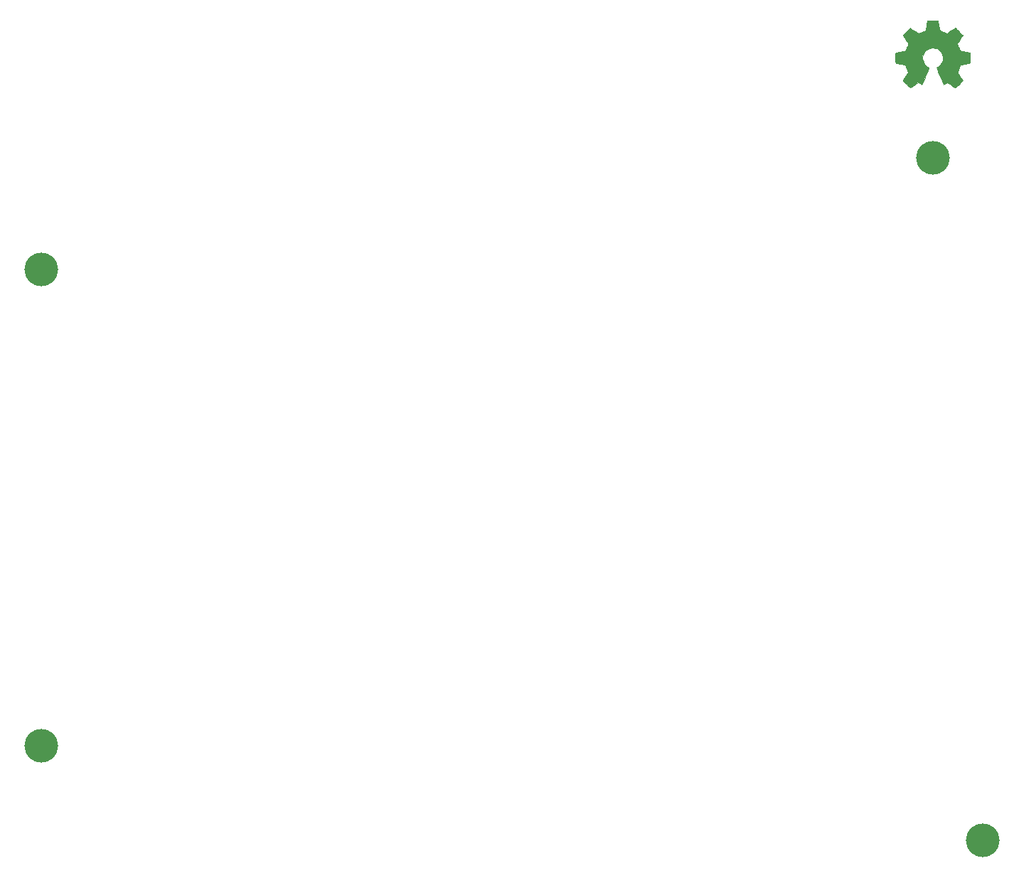
<source format=gts>
G04 #@! TF.GenerationSoftware,KiCad,Pcbnew,(5.1.5)-3*
G04 #@! TF.CreationDate,2020-05-15T01:34:05+04:00*
G04 #@! TF.ProjectId,redox_rev2_ng-TOP,7265646f-785f-4726-9576-325f6e672d54,2.0 NG*
G04 #@! TF.SameCoordinates,Original*
G04 #@! TF.FileFunction,Soldermask,Top*
G04 #@! TF.FilePolarity,Negative*
%FSLAX46Y46*%
G04 Gerber Fmt 4.6, Leading zero omitted, Abs format (unit mm)*
G04 Created by KiCad (PCBNEW (5.1.5)-3) date 2020-05-15 01:34:05*
%MOMM*%
%LPD*%
G04 APERTURE LIST*
%ADD10C,0.010000*%
%ADD11C,4.000000*%
G04 APERTURE END LIST*
D10*
G36*
X209046536Y-46000427D02*
G01*
X209159118Y-46597618D01*
X209574531Y-46768865D01*
X209989945Y-46940112D01*
X210488302Y-46601233D01*
X210627869Y-46506877D01*
X210754029Y-46422630D01*
X210860896Y-46352338D01*
X210942583Y-46299847D01*
X210993202Y-46269004D01*
X211006987Y-46262353D01*
X211031821Y-46279458D01*
X211084889Y-46326744D01*
X211160241Y-46398172D01*
X211251930Y-46487700D01*
X211354008Y-46589289D01*
X211460527Y-46696898D01*
X211565537Y-46804487D01*
X211663092Y-46906015D01*
X211747243Y-46995441D01*
X211812041Y-47066726D01*
X211851538Y-47113828D01*
X211860981Y-47129592D01*
X211847392Y-47158653D01*
X211809294Y-47222321D01*
X211750694Y-47314367D01*
X211675598Y-47428564D01*
X211588009Y-47558684D01*
X211537255Y-47632901D01*
X211444746Y-47768422D01*
X211362541Y-47890716D01*
X211294631Y-47993695D01*
X211245001Y-48071273D01*
X211217641Y-48117361D01*
X211213530Y-48127047D01*
X211222850Y-48154574D01*
X211248255Y-48218728D01*
X211285912Y-48310490D01*
X211331987Y-48420839D01*
X211382647Y-48540755D01*
X211434060Y-48661219D01*
X211482390Y-48773209D01*
X211523807Y-48867707D01*
X211554475Y-48935692D01*
X211570562Y-48968143D01*
X211571512Y-48969420D01*
X211596773Y-48975617D01*
X211664046Y-48989440D01*
X211766361Y-49009532D01*
X211896742Y-49034534D01*
X212048217Y-49063086D01*
X212136594Y-49079551D01*
X212298453Y-49110369D01*
X212444650Y-49139694D01*
X212567788Y-49165921D01*
X212660470Y-49187446D01*
X212715302Y-49202665D01*
X212726324Y-49207493D01*
X212737119Y-49240174D01*
X212745830Y-49313985D01*
X212752461Y-49420292D01*
X212757019Y-49550467D01*
X212759510Y-49695876D01*
X212759939Y-49847890D01*
X212758312Y-49997877D01*
X212754636Y-50137206D01*
X212748916Y-50257245D01*
X212741158Y-50349365D01*
X212731369Y-50404932D01*
X212725497Y-50416500D01*
X212690400Y-50430365D01*
X212616029Y-50450188D01*
X212512224Y-50473639D01*
X212388820Y-50498391D01*
X212345742Y-50506398D01*
X212138048Y-50544441D01*
X211973985Y-50575079D01*
X211848131Y-50599529D01*
X211755066Y-50619009D01*
X211689368Y-50634736D01*
X211645618Y-50647928D01*
X211618393Y-50659804D01*
X211602273Y-50671580D01*
X211600018Y-50673908D01*
X211577504Y-50711400D01*
X211543159Y-50784365D01*
X211500412Y-50883867D01*
X211452693Y-51000973D01*
X211403431Y-51126748D01*
X211356056Y-51252257D01*
X211313996Y-51368565D01*
X211280681Y-51466739D01*
X211259542Y-51537843D01*
X211254006Y-51572942D01*
X211254467Y-51574172D01*
X211273224Y-51602861D01*
X211315777Y-51665985D01*
X211377654Y-51756973D01*
X211454383Y-51869255D01*
X211541492Y-51996260D01*
X211566299Y-52032353D01*
X211654753Y-52163203D01*
X211732589Y-52282591D01*
X211795567Y-52383662D01*
X211839446Y-52459559D01*
X211859986Y-52503427D01*
X211860981Y-52508817D01*
X211843723Y-52537144D01*
X211796036Y-52593261D01*
X211724051Y-52671137D01*
X211633898Y-52764740D01*
X211531706Y-52868041D01*
X211423606Y-52975006D01*
X211315729Y-53079606D01*
X211214205Y-53175809D01*
X211125163Y-53257584D01*
X211054734Y-53318900D01*
X211009048Y-53353726D01*
X210996410Y-53359412D01*
X210966992Y-53346020D01*
X210906762Y-53309899D01*
X210825530Y-53257136D01*
X210763031Y-53214667D01*
X210649786Y-53136740D01*
X210515675Y-53044984D01*
X210381156Y-52953375D01*
X210308834Y-52904346D01*
X210064039Y-52738770D01*
X209858551Y-52849875D01*
X209764937Y-52898548D01*
X209685331Y-52936381D01*
X209631468Y-52957958D01*
X209617758Y-52960961D01*
X209601271Y-52938793D01*
X209568746Y-52876149D01*
X209522609Y-52778809D01*
X209465291Y-52652549D01*
X209399217Y-52503150D01*
X209326816Y-52336388D01*
X209250517Y-52158042D01*
X209172747Y-51973891D01*
X209095935Y-51789712D01*
X209022507Y-51611285D01*
X208954893Y-51444387D01*
X208895521Y-51294797D01*
X208846817Y-51168293D01*
X208811211Y-51070654D01*
X208791131Y-51007657D01*
X208787901Y-50986021D01*
X208813497Y-50958424D01*
X208869539Y-50913625D01*
X208944312Y-50860934D01*
X208950588Y-50856765D01*
X209143846Y-50702069D01*
X209299675Y-50521591D01*
X209416725Y-50321102D01*
X209493646Y-50106374D01*
X209529087Y-49883177D01*
X209521698Y-49657281D01*
X209470128Y-49434459D01*
X209373027Y-49220479D01*
X209344459Y-49173664D01*
X209195869Y-48984618D01*
X209020328Y-48832812D01*
X208823911Y-48719034D01*
X208612694Y-48644075D01*
X208392754Y-48608722D01*
X208170164Y-48613767D01*
X207951002Y-48659999D01*
X207741343Y-48748206D01*
X207547262Y-48879179D01*
X207487227Y-48932337D01*
X207334436Y-49098739D01*
X207223098Y-49273912D01*
X207146724Y-49470266D01*
X207104188Y-49664717D01*
X207093687Y-49883342D01*
X207128701Y-50103052D01*
X207205674Y-50316420D01*
X207321048Y-50516022D01*
X207471266Y-50694429D01*
X207652774Y-50844217D01*
X207676628Y-50860006D01*
X207752202Y-50911712D01*
X207809652Y-50956512D01*
X207837118Y-50985117D01*
X207837518Y-50986021D01*
X207831621Y-51016964D01*
X207808246Y-51087191D01*
X207769822Y-51190925D01*
X207718778Y-51322390D01*
X207657543Y-51475807D01*
X207588545Y-51645401D01*
X207514214Y-51825393D01*
X207436979Y-52010008D01*
X207359269Y-52193468D01*
X207283512Y-52369996D01*
X207212138Y-52533814D01*
X207147575Y-52679147D01*
X207092253Y-52800217D01*
X207048601Y-52891247D01*
X207019047Y-52946460D01*
X207007145Y-52960961D01*
X206970778Y-52949669D01*
X206902731Y-52919385D01*
X206814737Y-52875520D01*
X206766351Y-52849875D01*
X206560864Y-52738770D01*
X206316069Y-52904346D01*
X206191107Y-52989170D01*
X206054296Y-53082516D01*
X205926089Y-53170408D01*
X205861872Y-53214667D01*
X205771552Y-53275318D01*
X205695072Y-53323381D01*
X205642408Y-53352770D01*
X205625303Y-53358982D01*
X205600406Y-53342223D01*
X205545306Y-53295436D01*
X205465344Y-53223480D01*
X205365861Y-53131212D01*
X205252201Y-53023490D01*
X205180316Y-52954326D01*
X205054552Y-52830757D01*
X204945864Y-52720234D01*
X204858646Y-52627485D01*
X204797290Y-52557237D01*
X204766192Y-52514220D01*
X204763209Y-52505490D01*
X204777054Y-52472284D01*
X204815313Y-52405142D01*
X204873742Y-52310863D01*
X204948098Y-52196245D01*
X205034136Y-52068083D01*
X205058603Y-52032353D01*
X205147755Y-51902489D01*
X205227739Y-51785569D01*
X205294081Y-51688162D01*
X205342312Y-51616839D01*
X205367958Y-51578170D01*
X205370436Y-51574172D01*
X205366730Y-51543355D01*
X205347062Y-51475599D01*
X205314861Y-51379839D01*
X205273556Y-51265009D01*
X205226576Y-51140044D01*
X205177350Y-51013879D01*
X205129309Y-50895448D01*
X205085882Y-50793685D01*
X205050497Y-50717526D01*
X205026585Y-50675904D01*
X205024885Y-50673908D01*
X205010263Y-50662013D01*
X204985566Y-50650250D01*
X204945373Y-50637401D01*
X204884264Y-50622249D01*
X204796818Y-50603576D01*
X204677613Y-50580165D01*
X204521228Y-50550797D01*
X204322244Y-50514255D01*
X204279161Y-50506398D01*
X204151471Y-50481727D01*
X204040154Y-50457593D01*
X203955046Y-50436324D01*
X203905984Y-50420248D01*
X203899406Y-50416500D01*
X203888565Y-50383273D01*
X203879754Y-50309021D01*
X203872977Y-50202376D01*
X203868241Y-50071967D01*
X203865551Y-49926427D01*
X203864914Y-49774386D01*
X203866335Y-49624476D01*
X203869821Y-49485328D01*
X203875377Y-49365572D01*
X203883009Y-49273841D01*
X203892723Y-49218766D01*
X203898579Y-49207493D01*
X203931181Y-49196123D01*
X204005419Y-49177624D01*
X204113897Y-49153602D01*
X204249218Y-49125662D01*
X204403986Y-49095408D01*
X204488308Y-49079551D01*
X204648297Y-49049644D01*
X204790968Y-49022550D01*
X204909349Y-48999631D01*
X204996466Y-48982243D01*
X205045346Y-48971747D01*
X205053391Y-48969420D01*
X205066988Y-48943186D01*
X205095730Y-48879995D01*
X205135786Y-48788877D01*
X205183325Y-48678857D01*
X205234516Y-48558965D01*
X205285527Y-48438227D01*
X205332527Y-48325671D01*
X205371685Y-48230326D01*
X205399170Y-48161217D01*
X205411150Y-48127374D01*
X205411373Y-48125895D01*
X205397792Y-48099197D01*
X205359716Y-48037760D01*
X205301148Y-47947689D01*
X205226089Y-47835090D01*
X205138541Y-47706070D01*
X205087648Y-47631961D01*
X204994910Y-47496077D01*
X204912542Y-47372709D01*
X204844562Y-47268097D01*
X204794989Y-47188483D01*
X204767843Y-47140107D01*
X204763922Y-47129262D01*
X204780776Y-47104020D01*
X204827369Y-47050124D01*
X204897749Y-46973613D01*
X204985966Y-46880523D01*
X205086066Y-46776895D01*
X205192099Y-46668764D01*
X205298112Y-46562170D01*
X205398153Y-46463150D01*
X205486271Y-46377742D01*
X205556514Y-46311985D01*
X205602929Y-46271916D01*
X205618457Y-46262353D01*
X205643740Y-46275800D01*
X205704212Y-46313575D01*
X205793993Y-46371835D01*
X205907204Y-46446734D01*
X206037964Y-46534425D01*
X206136600Y-46601233D01*
X206634958Y-46940112D01*
X207050371Y-46768865D01*
X207465785Y-46597618D01*
X207578367Y-46000427D01*
X207690950Y-45403235D01*
X208933953Y-45403235D01*
X209046536Y-46000427D01*
G37*
X209046536Y-46000427D02*
X209159118Y-46597618D01*
X209574531Y-46768865D01*
X209989945Y-46940112D01*
X210488302Y-46601233D01*
X210627869Y-46506877D01*
X210754029Y-46422630D01*
X210860896Y-46352338D01*
X210942583Y-46299847D01*
X210993202Y-46269004D01*
X211006987Y-46262353D01*
X211031821Y-46279458D01*
X211084889Y-46326744D01*
X211160241Y-46398172D01*
X211251930Y-46487700D01*
X211354008Y-46589289D01*
X211460527Y-46696898D01*
X211565537Y-46804487D01*
X211663092Y-46906015D01*
X211747243Y-46995441D01*
X211812041Y-47066726D01*
X211851538Y-47113828D01*
X211860981Y-47129592D01*
X211847392Y-47158653D01*
X211809294Y-47222321D01*
X211750694Y-47314367D01*
X211675598Y-47428564D01*
X211588009Y-47558684D01*
X211537255Y-47632901D01*
X211444746Y-47768422D01*
X211362541Y-47890716D01*
X211294631Y-47993695D01*
X211245001Y-48071273D01*
X211217641Y-48117361D01*
X211213530Y-48127047D01*
X211222850Y-48154574D01*
X211248255Y-48218728D01*
X211285912Y-48310490D01*
X211331987Y-48420839D01*
X211382647Y-48540755D01*
X211434060Y-48661219D01*
X211482390Y-48773209D01*
X211523807Y-48867707D01*
X211554475Y-48935692D01*
X211570562Y-48968143D01*
X211571512Y-48969420D01*
X211596773Y-48975617D01*
X211664046Y-48989440D01*
X211766361Y-49009532D01*
X211896742Y-49034534D01*
X212048217Y-49063086D01*
X212136594Y-49079551D01*
X212298453Y-49110369D01*
X212444650Y-49139694D01*
X212567788Y-49165921D01*
X212660470Y-49187446D01*
X212715302Y-49202665D01*
X212726324Y-49207493D01*
X212737119Y-49240174D01*
X212745830Y-49313985D01*
X212752461Y-49420292D01*
X212757019Y-49550467D01*
X212759510Y-49695876D01*
X212759939Y-49847890D01*
X212758312Y-49997877D01*
X212754636Y-50137206D01*
X212748916Y-50257245D01*
X212741158Y-50349365D01*
X212731369Y-50404932D01*
X212725497Y-50416500D01*
X212690400Y-50430365D01*
X212616029Y-50450188D01*
X212512224Y-50473639D01*
X212388820Y-50498391D01*
X212345742Y-50506398D01*
X212138048Y-50544441D01*
X211973985Y-50575079D01*
X211848131Y-50599529D01*
X211755066Y-50619009D01*
X211689368Y-50634736D01*
X211645618Y-50647928D01*
X211618393Y-50659804D01*
X211602273Y-50671580D01*
X211600018Y-50673908D01*
X211577504Y-50711400D01*
X211543159Y-50784365D01*
X211500412Y-50883867D01*
X211452693Y-51000973D01*
X211403431Y-51126748D01*
X211356056Y-51252257D01*
X211313996Y-51368565D01*
X211280681Y-51466739D01*
X211259542Y-51537843D01*
X211254006Y-51572942D01*
X211254467Y-51574172D01*
X211273224Y-51602861D01*
X211315777Y-51665985D01*
X211377654Y-51756973D01*
X211454383Y-51869255D01*
X211541492Y-51996260D01*
X211566299Y-52032353D01*
X211654753Y-52163203D01*
X211732589Y-52282591D01*
X211795567Y-52383662D01*
X211839446Y-52459559D01*
X211859986Y-52503427D01*
X211860981Y-52508817D01*
X211843723Y-52537144D01*
X211796036Y-52593261D01*
X211724051Y-52671137D01*
X211633898Y-52764740D01*
X211531706Y-52868041D01*
X211423606Y-52975006D01*
X211315729Y-53079606D01*
X211214205Y-53175809D01*
X211125163Y-53257584D01*
X211054734Y-53318900D01*
X211009048Y-53353726D01*
X210996410Y-53359412D01*
X210966992Y-53346020D01*
X210906762Y-53309899D01*
X210825530Y-53257136D01*
X210763031Y-53214667D01*
X210649786Y-53136740D01*
X210515675Y-53044984D01*
X210381156Y-52953375D01*
X210308834Y-52904346D01*
X210064039Y-52738770D01*
X209858551Y-52849875D01*
X209764937Y-52898548D01*
X209685331Y-52936381D01*
X209631468Y-52957958D01*
X209617758Y-52960961D01*
X209601271Y-52938793D01*
X209568746Y-52876149D01*
X209522609Y-52778809D01*
X209465291Y-52652549D01*
X209399217Y-52503150D01*
X209326816Y-52336388D01*
X209250517Y-52158042D01*
X209172747Y-51973891D01*
X209095935Y-51789712D01*
X209022507Y-51611285D01*
X208954893Y-51444387D01*
X208895521Y-51294797D01*
X208846817Y-51168293D01*
X208811211Y-51070654D01*
X208791131Y-51007657D01*
X208787901Y-50986021D01*
X208813497Y-50958424D01*
X208869539Y-50913625D01*
X208944312Y-50860934D01*
X208950588Y-50856765D01*
X209143846Y-50702069D01*
X209299675Y-50521591D01*
X209416725Y-50321102D01*
X209493646Y-50106374D01*
X209529087Y-49883177D01*
X209521698Y-49657281D01*
X209470128Y-49434459D01*
X209373027Y-49220479D01*
X209344459Y-49173664D01*
X209195869Y-48984618D01*
X209020328Y-48832812D01*
X208823911Y-48719034D01*
X208612694Y-48644075D01*
X208392754Y-48608722D01*
X208170164Y-48613767D01*
X207951002Y-48659999D01*
X207741343Y-48748206D01*
X207547262Y-48879179D01*
X207487227Y-48932337D01*
X207334436Y-49098739D01*
X207223098Y-49273912D01*
X207146724Y-49470266D01*
X207104188Y-49664717D01*
X207093687Y-49883342D01*
X207128701Y-50103052D01*
X207205674Y-50316420D01*
X207321048Y-50516022D01*
X207471266Y-50694429D01*
X207652774Y-50844217D01*
X207676628Y-50860006D01*
X207752202Y-50911712D01*
X207809652Y-50956512D01*
X207837118Y-50985117D01*
X207837518Y-50986021D01*
X207831621Y-51016964D01*
X207808246Y-51087191D01*
X207769822Y-51190925D01*
X207718778Y-51322390D01*
X207657543Y-51475807D01*
X207588545Y-51645401D01*
X207514214Y-51825393D01*
X207436979Y-52010008D01*
X207359269Y-52193468D01*
X207283512Y-52369996D01*
X207212138Y-52533814D01*
X207147575Y-52679147D01*
X207092253Y-52800217D01*
X207048601Y-52891247D01*
X207019047Y-52946460D01*
X207007145Y-52960961D01*
X206970778Y-52949669D01*
X206902731Y-52919385D01*
X206814737Y-52875520D01*
X206766351Y-52849875D01*
X206560864Y-52738770D01*
X206316069Y-52904346D01*
X206191107Y-52989170D01*
X206054296Y-53082516D01*
X205926089Y-53170408D01*
X205861872Y-53214667D01*
X205771552Y-53275318D01*
X205695072Y-53323381D01*
X205642408Y-53352770D01*
X205625303Y-53358982D01*
X205600406Y-53342223D01*
X205545306Y-53295436D01*
X205465344Y-53223480D01*
X205365861Y-53131212D01*
X205252201Y-53023490D01*
X205180316Y-52954326D01*
X205054552Y-52830757D01*
X204945864Y-52720234D01*
X204858646Y-52627485D01*
X204797290Y-52557237D01*
X204766192Y-52514220D01*
X204763209Y-52505490D01*
X204777054Y-52472284D01*
X204815313Y-52405142D01*
X204873742Y-52310863D01*
X204948098Y-52196245D01*
X205034136Y-52068083D01*
X205058603Y-52032353D01*
X205147755Y-51902489D01*
X205227739Y-51785569D01*
X205294081Y-51688162D01*
X205342312Y-51616839D01*
X205367958Y-51578170D01*
X205370436Y-51574172D01*
X205366730Y-51543355D01*
X205347062Y-51475599D01*
X205314861Y-51379839D01*
X205273556Y-51265009D01*
X205226576Y-51140044D01*
X205177350Y-51013879D01*
X205129309Y-50895448D01*
X205085882Y-50793685D01*
X205050497Y-50717526D01*
X205026585Y-50675904D01*
X205024885Y-50673908D01*
X205010263Y-50662013D01*
X204985566Y-50650250D01*
X204945373Y-50637401D01*
X204884264Y-50622249D01*
X204796818Y-50603576D01*
X204677613Y-50580165D01*
X204521228Y-50550797D01*
X204322244Y-50514255D01*
X204279161Y-50506398D01*
X204151471Y-50481727D01*
X204040154Y-50457593D01*
X203955046Y-50436324D01*
X203905984Y-50420248D01*
X203899406Y-50416500D01*
X203888565Y-50383273D01*
X203879754Y-50309021D01*
X203872977Y-50202376D01*
X203868241Y-50071967D01*
X203865551Y-49926427D01*
X203864914Y-49774386D01*
X203866335Y-49624476D01*
X203869821Y-49485328D01*
X203875377Y-49365572D01*
X203883009Y-49273841D01*
X203892723Y-49218766D01*
X203898579Y-49207493D01*
X203931181Y-49196123D01*
X204005419Y-49177624D01*
X204113897Y-49153602D01*
X204249218Y-49125662D01*
X204403986Y-49095408D01*
X204488308Y-49079551D01*
X204648297Y-49049644D01*
X204790968Y-49022550D01*
X204909349Y-48999631D01*
X204996466Y-48982243D01*
X205045346Y-48971747D01*
X205053391Y-48969420D01*
X205066988Y-48943186D01*
X205095730Y-48879995D01*
X205135786Y-48788877D01*
X205183325Y-48678857D01*
X205234516Y-48558965D01*
X205285527Y-48438227D01*
X205332527Y-48325671D01*
X205371685Y-48230326D01*
X205399170Y-48161217D01*
X205411150Y-48127374D01*
X205411373Y-48125895D01*
X205397792Y-48099197D01*
X205359716Y-48037760D01*
X205301148Y-47947689D01*
X205226089Y-47835090D01*
X205138541Y-47706070D01*
X205087648Y-47631961D01*
X204994910Y-47496077D01*
X204912542Y-47372709D01*
X204844562Y-47268097D01*
X204794989Y-47188483D01*
X204767843Y-47140107D01*
X204763922Y-47129262D01*
X204780776Y-47104020D01*
X204827369Y-47050124D01*
X204897749Y-46973613D01*
X204985966Y-46880523D01*
X205086066Y-46776895D01*
X205192099Y-46668764D01*
X205298112Y-46562170D01*
X205398153Y-46463150D01*
X205486271Y-46377742D01*
X205556514Y-46311985D01*
X205602929Y-46271916D01*
X205618457Y-46262353D01*
X205643740Y-46275800D01*
X205704212Y-46313575D01*
X205793993Y-46371835D01*
X205907204Y-46446734D01*
X206037964Y-46534425D01*
X206136600Y-46601233D01*
X206634958Y-46940112D01*
X207050371Y-46768865D01*
X207465785Y-46597618D01*
X207578367Y-46000427D01*
X207690950Y-45403235D01*
X208933953Y-45403235D01*
X209046536Y-46000427D01*
D11*
X208300000Y-61700000D03*
X102235000Y-75000000D03*
X102235000Y-131725000D03*
X214250000Y-143000000D03*
M02*

</source>
